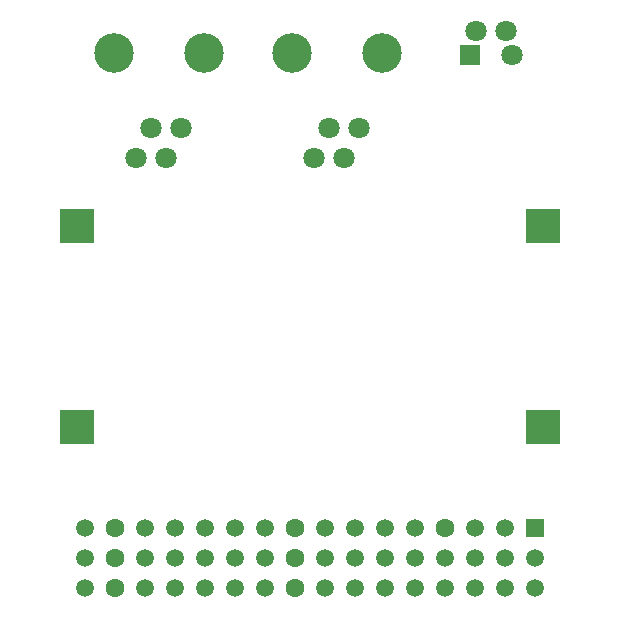
<source format=gbs>
G04 Layer_Color=16711935*
%FSLAX43Y43*%
%MOMM*%
G71*
G01*
G75*
%ADD35C,1.800*%
%ADD36C,3.350*%
%ADD37C,1.500*%
%ADD38C,1.603*%
%ADD39R,1.500X1.500*%
%ADD40C,0.100*%
%ADD41R,1.800X1.800*%
%ADD42R,2.900X2.900*%
D35*
X46025Y53093D02*
D03*
X43525Y53093D02*
D03*
X14735Y42385D02*
D03*
X16005Y44925D02*
D03*
X17275Y42385D02*
D03*
X18545Y44925D02*
D03*
X29785Y42385D02*
D03*
X31055Y44925D02*
D03*
X32325Y42385D02*
D03*
X33595Y44925D02*
D03*
X46508Y51069D02*
D03*
D36*
X20500Y51275D02*
D03*
X12845D02*
D03*
X35550D02*
D03*
X27895D02*
D03*
D37*
X40840Y5945D02*
D03*
X43380Y5945D02*
D03*
X45920Y5945D02*
D03*
X48460Y5945D02*
D03*
X10360Y5945D02*
D03*
X17980D02*
D03*
X15440D02*
D03*
X25600Y5945D02*
D03*
X33220Y5945D02*
D03*
X30680Y5945D02*
D03*
X23060Y5945D02*
D03*
X20520Y5945D02*
D03*
X35760Y5945D02*
D03*
X38300Y5945D02*
D03*
X38300Y8485D02*
D03*
X35760Y8485D02*
D03*
X20520D02*
D03*
X23060Y8485D02*
D03*
X30680Y8485D02*
D03*
X33220Y8485D02*
D03*
X25600D02*
D03*
X15440Y8485D02*
D03*
X17980Y8485D02*
D03*
X10360D02*
D03*
X48460D02*
D03*
X45920Y8485D02*
D03*
X43380Y8485D02*
D03*
X40840Y8485D02*
D03*
X10360Y11025D02*
D03*
X17980Y11025D02*
D03*
X15440Y11025D02*
D03*
X25600Y11025D02*
D03*
X33220Y11025D02*
D03*
X30680Y11025D02*
D03*
X23060D02*
D03*
X20520Y11025D02*
D03*
X35760Y11025D02*
D03*
X43380Y11025D02*
D03*
X45920Y11025D02*
D03*
X38300Y11025D02*
D03*
D38*
X12900Y5945D02*
D03*
X28140Y5945D02*
D03*
X28140Y8485D02*
D03*
X12900Y8485D02*
D03*
X12900Y11025D02*
D03*
X28140D02*
D03*
X40840Y11025D02*
D03*
D39*
X48460Y11025D02*
D03*
D40*
X54500Y54475D02*
D03*
X4500Y54475D02*
D03*
X54500Y4475D02*
D03*
X4500D02*
D03*
D41*
X43008Y51069D02*
D03*
D42*
X9685Y36600D02*
D03*
Y19600D02*
D03*
X49185Y36600D02*
D03*
Y19600D02*
D03*
M02*

</source>
